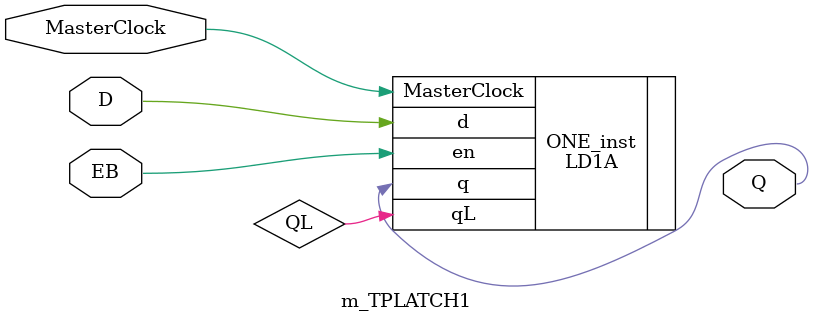
<source format=sv>
module m_TPLATCH1                                                               //[MACROS.NET:00201] MODULE TPLATCH1;
(                                                                               //[MACROS.NET:00201] MODULE TPLATCH1;

    input    MasterClock,
    input    D,                                                                 //[MACROS.NET:00203] INPUTS	D,EB;
    input    EB,                                                                //[MACROS.NET:00203] INPUTS	D,EB;
    output    Q                                                                 //[MACROS.NET:00204] OUTPUTS	Q;
);                                                                              //[MACROS.NET:00201] MODULE TPLATCH1;
                                                                                //[MACROS.NET:00205] LEVEL FUNCTION;
wire QL;                                                                        //[MACROS.NET:00207] ONE (Q,QL) = LD1A (D,EB);
LD1A ONE_inst (.MasterClock(MasterClock),.q(Q),.qL(QL),.d(D),.en(EB));          //[MACROS.NET:00207] ONE (Q,QL) = LD1A (D,EB);
endmodule                                                                       //[MACROS.NET:00208] END MODULE;

</source>
